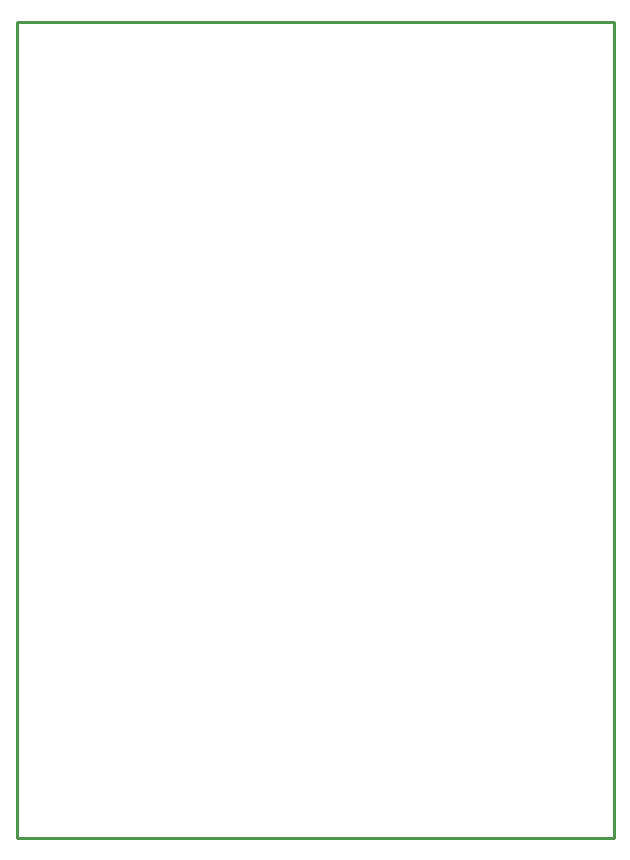
<source format=gko>
G04*
G04 #@! TF.GenerationSoftware,Altium Limited,Altium Designer,20.2.4 (192)*
G04*
G04 Layer_Color=16711935*
%FSLAX25Y25*%
%MOIN*%
G70*
G04*
G04 #@! TF.SameCoordinates,3D83C255-6E39-4F9F-9407-39FC17F4EAEB*
G04*
G04*
G04 #@! TF.FilePolarity,Positive*
G04*
G01*
G75*
%ADD48C,0.01000*%
D48*
X199606Y394D02*
Y272500D01*
X492D02*
X199606D01*
X492Y394D02*
Y272500D01*
X394Y394D02*
X199606Y394D01*
M02*

</source>
